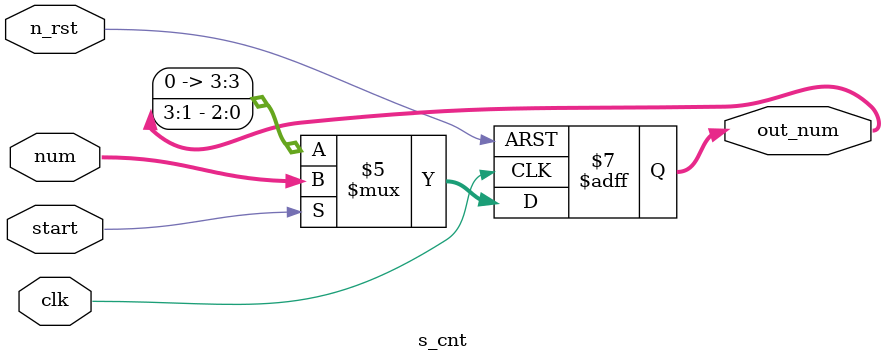
<source format=v>
module s_cnt(

	input [3:0]num,

	input clk,

	input n_rst,
	input start,

    output reg [3:0]out_num

);




always@(posedge clk or negedge n_rst)
begin
	if(!n_rst)
		out_num <= 4'h0;
	else 
	begin
		if(start == 1'b1)
			out_num <= num;
		else 
			out_num <= {1'b0, out_num[3:1]};
	end

end


endmodule

</source>
